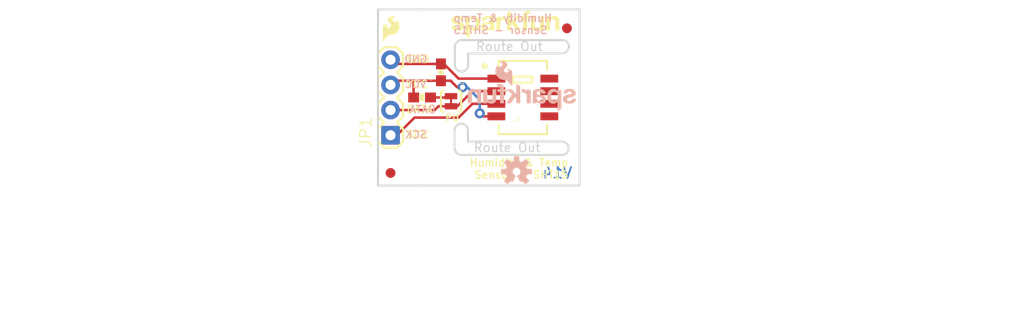
<source format=kicad_pcb>
(kicad_pcb (version 20211014) (generator pcbnew)
  (layers (0 "F.Cu" signal) (31 "B.Cu" signal) (34 "B.Paste" user) (35 "F.Paste" user) (36 "B.SilkS" user "B.Silkscreen") (37 "F.SilkS" user "F.Silkscreen") (38 "B.Mask" user) (39 "F.Mask" user) (44 "Edge.Cuts" user))
  (net 0 "")
  (net 1 "GND")
  (net 2 "VCC")
  (net 3 "SCK")
  (net 4 "DATA")
  (net 5 "N$1")
  (footprint "boardEagle:SFE_LOGO_NAME_.1" (layer "F.Cu") (at 145.2245 99.568)
    (fp_text reference "LOGO2" hide)
    (fp_text value "SFE_LOGO_NAME.1_INCH" hide)
    (fp_poly (pts (xy 6.515 -2.262421) (xy 6.99787 -2.765) (xy 7.472236 -2.765) (xy 6.936433 -2.239307) (xy 7.529256 -1.335) (xy 7.047192 -1.335) (xy 6.659039 -1.971967) (xy 6.515 -1.827928) (xy 6.515 -1.335) (xy 6.125 -1.335) (xy 6.125 -3.082883) (xy 6.515 -3.308672)) (layer "F.SilkS") (width 0) (fill solid))
    (fp_poly (pts (xy 1.260453 -2.794979) (xy 1.370954 -2.784934) (xy 1.471955 -2.754634) (xy 1.562727 -2.704205) (xy 1.643418 -2.643686) (xy 1.714325 -2.56265) (xy 1.754829 -2.46139) (xy 1.775991 -2.345) (xy 1.395901 -2.345) (xy 1.385121 -2.398899) (xy 1.375485 -2.437443) (xy 1.317036 -2.495892) (xy 1.278257 -2.515282) (xy 1.238899 -2.525121) (xy 1.189504 -2.535) (xy 1.10081 -2.535) (xy 1.070811 -2.525) (xy 1.03081 -2.525) (xy 1.002218 -2.515469) (xy 0.9442 -2.476791) (xy 0.934807 -2.448611) (xy 0.925124 -2.409878) (xy 0.934681 -2.362092) (xy 0.963571 -2.323571) (xy 1.002352 -2.294486) (xy 1.061458 -2.274784) (xy 1.201008 -2.234912) (xy 1.28092 -2.224924) (xy 1.361157 -2.204865) (xy 1.451427 -2.184805) (xy 1.531864 -2.154641) (xy 1.602232 -2.124483) (xy 1.672863 -2.084123) (xy 1.733758 -2.033377) (xy 1.77448 -1.972295) (xy 1.804901 -1.891172) (xy 1.815021 -1.800085) (xy 1.80491 -1.66864) (xy 1.754333 -1.567486) (xy 1.693685 -1.476514) (xy 1.612639 -1.415729) (xy 1.511979 -1.365399) (xy 1.401276 -1.325144) (xy 1.280414 -1.305) (xy 1.039586 -1.305) (xy 0.918724 -1.325144) (xy 0.808021 -1.365399) (xy 0.707361 -1.415729) (xy 0.626464 -1.476402) (xy 0.55557 -1.567552) (xy 0.515144 -1.678724) (xy 0.494098 -1.805) (xy 0.874236 -1.805) (xy 0.884809 -1.741563) (xy 0.904565 -1.70205) (xy 0.924121 -1.653159) (xy 0.962472 -1.624396) (xy 1.061428 -1.584814) (xy 1.110906 -1.574918) (xy 1.169795 -1.565103) (xy 1.209384 -1.575) (xy 1.249038 -1.575) (xy 1.298458 -1.594768) (xy 1.337443 -1.604515) (xy 1.395892 -1.662964) (xy 1.415 -1.70118) (xy 1.415 -1.749383) (xy 1.405359 -1.787948) (xy 1.386116 -1.816812) (xy 1.356895 -1.846033) (xy 1.307997 -1.875372) (xy 1.168764 -1.915153) (xy 1.078969 -1.935107) (xy 0.978623 -1.955176) (xy 0.89851 -1.985218) (xy 0.818511 -2.005218) (xy 0.737868 -2.035459) (xy 0.666938 -2.075991) (xy 0.616464 -2.126464) (xy 0.565699 -2.17723) (xy 0.535112 -2.258796) (xy 0.524952 -2.340071) (xy 0.545145 -2.471326) (xy 0.585665 -2.572625) (xy 0.646561 -2.643671) (xy 0.727273 -2.704205) (xy 0.818045 -2.754634) (xy 0.919046 -2.784934) (xy 1.029566 -2.794981) (xy 1.150019 -2.805019)) (layer "F.SilkS") (width 0) (fill solid))
    (fp_poly (pts (xy 8.34081 -3.295) (xy 8.445 -3.295) (xy 8.445 -2.995) (xy 8.26081 -2.995) (xy 8.20192 -2.97537) (xy 8.184088 -2.966454) (xy 8.174631 -2.938082) (xy 8.164719 -2.918257) (xy 8.155 -2.879383) (xy 8.155 -2.765) (xy 8.425 -2.765) (xy 8.425 -2.495) (xy 8.155 -2.495) (xy 8.155 -1.335) (xy 7.755 -1.335) (xy 7.755 -2.495) (xy 7.367929 -2.495) (xy 7.406464 -2.533536) (xy 7.436716 -2.563787) (xy 7.476429 -2.593571) (xy 7.506213 -2.633284) (xy 7.536464 -2.663536) (xy 7.566716 -2.693787) (xy 7.606429 -2.723571) (xy 7.6375 -2.765) (xy 7.755 -2.765) (xy 7.755 -2.870277) (xy 7.765068 -2.960886) (xy 7.785317 -3.041882) (xy 7.825877 -3.112863) (xy 7.876304 -3.173375) (xy 7.93723 -3.234301) (xy 8.018402 -3.264741) (xy 8.119046 -3.294934) (xy 8.229773 -3.305) (xy 8.310811 -3.305)) (layer "F.SilkS") (width 0) (fill solid))
    (fp_poly (pts (xy 2.921226 -2.784886) (xy 3.052262 -2.734487) (xy 3.163147 -2.663924) (xy 3.253993 -2.573078) (xy 3.324522 -2.452171) (xy 3.374807 -2.32143) (xy 3.405 -2.18053) (xy 3.405 -2.034867) (xy 3.015572 -2.045115) (xy 3.005039 -2.12938) (xy 2.995113 -2.208792) (xy 2.965358 -2.288137) (xy 2.935691 -2.357361) (xy 2.886623 -2.416242) (xy 2.82761 -2.455584) (xy 2.758676 -2.485127) (xy 2.679965 -2.494966) (xy 2.591291 -2.485113) (xy 2.52239 -2.455584) (xy 2.463377 -2.416242) (xy 2.414309 -2.357361) (xy 2.384754 -2.288398) (xy 2.345 -2.129383) (xy 2.345 -1.960617) (xy 2.384641 -1.802052) (xy 2.463606 -1.683606) (xy 2.52239 -1.644416) (xy 2.591291 -1.614887) (xy 2.68 -1.60503) (xy 2.768709 -1.614887) (xy 2.83761 -1.644416) (xy 2.896394 -1.683606) (xy 2.97823 -1.806359) (xy 3.327267 -1.642106) (xy 3.253924 -1.526853) (xy 3.163226 -1.436155) (xy 3.062366 -1.365553) (xy 2.931088 -1.315061) (xy 2.780166 -1.305) (xy 2.719586 -1.305) (xy 2.658791 -1.315133) (xy 2.598419 -1.335257) (xy 2.537898 -1.35543) (xy 2.487139 -1.385886) (xy 2.43666 -1.426269) (xy 2.396269 -1.46666) (xy 2.365 -1.505747) (xy 2.365 -0.489597) (xy 2.30666 -0.536269) (xy 2.256652 -0.586276) (xy 2.206877 -0.626096) (xy 2.15666 -0.666269) (xy 2.106464 -0.716464) (xy 2.066652 -0.756276) (xy 2.01666 -0.796269) (xy 1.965 -0.847929) (xy 1.965 -2.694099) (xy 2.018899 -2.704879) (xy 2.058903 -2.71488) (xy 2.109505 -2.725) (xy 2.149504 -2.725) (xy 2.248899 -2.744879) (xy 2.288903 -2.75488) (xy 2.345 -2.766099) (xy 2.345 -2.594253) (xy 2.376096 -2.633123) (xy 2.416657 -2.683825) (xy 2.467428 -2.714287) (xy 2.517592 -2.744386) (xy 2.578436 -2.774808) (xy 2.639178 -2.784932) (xy 2.699178 -2.794932) (xy 2.759897 -2.805052)) (layer "F.SilkS") (width 0) (fill solid))
    (fp_poly (pts (xy 8.925 -1.880357) (xy 8.934887 -1.81115) (xy 8.954696 -1.751722) (xy 8.97426 -1.702812) (xy 9.013288 -1.663784) (xy 9.052092 -1.634681) (xy 9.100844 -1.624931) (xy 9.17 -1.615051) (xy 9.239244 -1.624943) (xy 9.298243 -1.634776) (xy 9.346896 -1.663968) (xy 9.396033 -1.713104) (xy 9.425372 -1.762003) (xy 9.445078 -1.830975) (xy 9.455025 -1.920498) (xy 9.465 -2.020248) (xy 9.465 -2.765) (xy 9.855 -2.765) (xy 9.855 -1.335) (xy 9.475 -1.335) (xy 9.475 -1.523486) (xy 9.44373 -1.476581) (xy 9.393348 -1.436276) (xy 9.3431 -1.386029) (xy 9.292102 -1.35543) (xy 9.231581 -1.335257) (xy 9.171209 -1.315133) (xy 9.110765 -1.305058) (xy 9.04 -1.294949) (xy 8.898985 -1.315094) (xy 8.788101 -1.345335) (xy 8.69713 -1.395875) (xy 8.626065 -1.456788) (xy 8.575366 -1.548045) (xy 8.545131 -1.648831) (xy 8.525 -1.759549) (xy 8.525 -2.765) (xy 8.925 -2.765)) (layer "F.SilkS") (width 0) (fill solid))
    (fp_poly (pts (xy 4.390414 -2.785) (xy 4.440495 -2.785) (xy 4.491286 -2.774842) (xy 4.551389 -2.754807) (xy 4.591542 -2.744768) (xy 4.64205 -2.724565) (xy 4.682639 -2.704271) (xy 4.723284 -2.673787) (xy 4.763536 -2.633536) (xy 4.794261 -2.60281) (xy 4.814564 -2.552052) (xy 4.834808 -2.511564) (xy 4.844932 -2.450822) (xy 4.855 -2.390414) (xy 4.855 -1.49118) (xy 4.865 -1.47118) (xy 4.865 -1.43118) (xy 4.875 -1.41118) (xy 4.875 -1.40118) (xy 4.885 -1.38118) (xy 4.885 -1.37118) (xy 4.895 -1.35118) (xy 4.895 -1.335) (xy 4.495 -1.335) (xy 4.495 -1.357928) (xy 4.485 -1.367929) (xy 4.485 -1.377928) (xy 4.475 -1.387929) (xy 4.475 -1.447928) (xy 4.465 -1.457929) (xy 4.465 -1.467928) (xy 4.453884 -1.456812) (xy 4.433606 -1.426394) (xy 4.402216 -1.405468) (xy 4.372218 -1.395469) (xy 4.342514 -1.375667) (xy 4.322516 -1.365668) (xy 4.292216 -1.345468) (xy 4.261399 -1.335196) (xy 4.221389 -1.325193) (xy 4.190811 -1.315) (xy 4.16081 -1.315) (xy 4.130811 -1.305) (xy 4.06081 -1.305) (xy 4.030811 -1.295) (xy 3.949505 -1.295) (xy 3.899504 -1.305) (xy 3.84882 -1.305) (xy 3.808257 -1.325282) (xy 3.768255 -1.335282) (xy 3.727764 -1.355528) (xy 3.687486 -1.375667) (xy 3.656815 -1.396114) (xy 3.626464 -1.426464) (xy 3.596213 -1.456716) (xy 3.565729 -1.497361) (xy 3.545282 -1.538255) (xy 3.52512 -1.618903) (xy 3.515 -1.669505) (xy 3.515 -1.720227) (xy 3.525073 -1.831031) (xy 3.555494 -1.922294) (xy 3.606172 -1.993243) (xy 3.666938 -2.054009) (xy 3.737868 -2.094541) (xy 3.818573 -2.124805) (xy 3.909146 -2.144932) (xy 3.993275 -2.155448) (xy 4.076283 -1.937551) (xy 4.052236 -1.925528) (xy 3.972964 -1.885892) (xy 3.934108 -1.847036) (xy 3.915 -1.80882) (xy 3.915 -1.769189) (xy 3.905398 -1.740384) (xy 3.915 -1.72118) (xy 3.915 -1.70081) (xy 3.925 -1.670811) (xy 3.925 -1.66118) (xy 3.934108 -1.642964) (xy 3.962964 -1.614108) (xy 3.982962 -1.604109) (xy 3.992964 -1.594108) (xy 4.01118 -1.585) (xy 4.03118 -1.585) (xy 4.05118 -1.575) (xy 4.199383 -1.575) (xy 4.317948 -1.604641) (xy 4.346812 -1.623884) (xy 4.395631 -1.672703) (xy 4.40563 -1.702701) (xy 4.425631 -1.722703) (xy 4.435 -1.75081) (xy 4.435 -1.78118) (xy 4.445 -1.80118) (xy 4.445 -1.83118) (xy 4.455 -1.85118) (xy 4.455 -2.03191) (xy 4.442964 -2.025892) (xy 4.432962 -2.015891) (xy 4.412964 -2.005892) (xy 4.402071 -1.995) (xy 4.38118 -1.995) (xy 4.34118 -1.975) (xy 4.285862 -1.975) (xy 4.244108 -2.194209) (xy 4.31885 -2.204887) (xy 4.377648 -2.224486) (xy 4.416429 -2.253571) (xy 4.445319 -2.292092) (xy 4.455 -2.340496) (xy 4.455 -2.36919) (xy 4.445 -2.399189) (xy 4.445 -2.41882) (xy 4.425892 -2.457036) (xy 4.397036 -2.485892) (xy 4.33882 -2.515) (xy 4.31882 -2.515) (xy 4.29882 -2.525) (xy 4.22882 -2.525) (xy 4.209616 -2.534602) (xy 4.180811 -2.525) (xy 4.13081 -2.525) (xy 4.100811 -2.515) (xy 4.08118 -2.515) (xy 4.042964 -2.495892) (xy 3.984108 -2.437036) (xy 3.965 -2.39882) (xy 3.965 -2.36882) (xy 3.955 -2.34882) (xy 3.955 -2.315) (xy 3.554235 -2.315) (xy 3.56507 -2.390844) (xy 3.575158 -2.441286) (xy 3.59543 -2.502102) (xy 3.625845 -2.552794) (xy 3.656213 -2.593284) (xy 3.696716 -2.633787) (xy 3.737 -2.664) (xy 3.777206 -2.694155) (xy 3.827771 -2.724494) (xy 3.878143 -2.744642) (xy 3.928645 -2.764843) (xy 3.989178 -2.774932) (xy 4.109586 -2.795) (xy 4.330414 -2.795)) (layer "F.SilkS") (width 0) (fill solid))
    (fp_poly (pts (xy 11.010962 -2.784913) (xy 11.131852 -2.754691) (xy 11.22304 -2.704031) (xy 11.284031 -2.64304) (xy 11.334525 -2.552151) (xy 11.374913 -2.451179) (xy 11.384983 -2.340418) (xy 11.395 -2.210192) (xy 11.395 -1.335) (xy 10.995 -1.335) (xy 10.995 -2.219643) (xy 10.985113 -2.28885) (xy 10.96543 -2.347899) (xy 10.935849 -2.397201) (xy 10.906429 -2.436429) (xy 10.867975 -2.465268) (xy 10.749942 -2.484941) (xy 10.611705 -2.465193) (xy 10.563343 -2.436175) (xy 10.524114 -2.387139) (xy 10.494628 -2.337997) (xy 10.474847 -2.268764) (xy 10.455 -2.179451) (xy 10.455 -1.335) (xy 10.055 -1.335) (xy 10.055 -2.580139) (xy 10.06527 -2.765) (xy 10.435 -2.765) (xy 10.435 -2.565) (xy 10.437324 -2.565) (xy 10.47596 -2.622954) (xy 10.516581 -2.67373) (xy 10.577325 -2.714226) (xy 10.627898 -2.74457) (xy 10.688419 -2.764743) (xy 10.748791 -2.784867) (xy 10.809178 -2.794932) (xy 10.869941 -2.805059)) (layer "F.SilkS") (width 0) (fill solid))
    (fp_poly (pts (xy 4.295619 -1.97722) (xy 4.27118 -1.965) (xy 4.23081 -1.965) (xy 4.200811 -1.955) (xy 4.16081 -1.955) (xy 4.130811 -1.945) (xy 4.11118 -1.945) (xy 4.09118 -1.935) (xy 4.066554 -1.935) (xy 3.983268 -2.153626) (xy 4.079179 -2.17494) (xy 4.169412 -2.184965) (xy 4.254034 -2.195543)) (layer "F.SilkS") (width 0) (fill solid))
    (fp_poly (pts (xy 3.40536 -2.044861) (xy 3.394975 -1.899468) (xy 3.37486 -1.758664) (xy 3.322604 -1.633249) (xy 2.974153 -1.797226) (xy 2.995077 -1.880926) (xy 3.005039 -1.96062) (xy 3.015538 -2.055119)) (layer "F.SilkS") (width 0) (fill solid))
    (fp_poly (pts (xy 5.975 -2.782071) (xy 5.975 -2.415) (xy 5.95882 -2.415) (xy 5.93882 -2.425) (xy 5.830248 -2.425) (xy 5.730863 -2.415062) (xy 5.652052 -2.395359) (xy 5.593188 -2.356116) (xy 5.534217 -2.297145) (xy 5.474779 -2.158458) (xy 5.455 -2.069451) (xy 5.455 -1.335) (xy 5.055 -1.335) (xy 5.055 -2.694099) (xy 5.109019 -2.704903) (xy 5.158899 -2.714879) (xy 5.199384 -2.725) (xy 5.249504 -2.725) (xy 5.298899 -2.734879) (xy 5.338903 -2.74488) (xy 5.388899 -2.754879) (xy 5.435 -2.766404) (xy 5.435 -2.495) (xy 5.436703 -2.495) (xy 5.465585 -2.562392) (xy 5.506114 -2.623185) (xy 5.556815 -2.673886) (xy 5.617226 -2.71416) (xy 5.677876 -2.754593) (xy 5.748626 -2.774808) (xy 5.8193 -2.795) (xy 5.962071 -2.795)) (layer "F.SilkS") (width 0) (fill solid))
  )
  (footprint "boardEagle:FIDUCIAL-1X2" (layer "F.Cu") (at 139.6111 112.6236)
    (fp_text reference "FID2" hide)
    (fp_text value "FIDUCIAL1X2" hide)
    (pad "1" smd roundrect (at 0 0) (size 1 1) (layers "F.Cu" "F.Mask") (roundrect_rratio 0.5))
  )
  (footprint "boardEagle:SHT1X" (layer "F.Cu") (at 152.9461 105.0036)
    (fp_text reference "U1" (at -0.889 2.413) (layer "F.SilkS") (effects (font (size 0.373888 0.373888) (thickness 0.032512)) (justify left bottom)))
    (fp_text value "SHT1XSMD")
    (fp_line (start -2.44 3.7) (end -2.44 2.75) (layer "F.SilkS") (width 0.2032))
    (fp_line (start -0.95 -2.11) (end 0.95 -2.11) (layer "F.SilkS") (width 0.2032))
    (fp_line (start 2.44 2.75) (end 2.44 3.7) (layer "F.SilkS") (width 0.2032))
    (fp_line (start 2.44 3.7) (end -2.44 3.7) (layer "F.SilkS") (width 0.2032))
    (fp_line (start 2.44 -3.7) (end 2.44 -2.8) (layer "F.SilkS") (width 0.2032))
    (fp_line (start 0.95 -2.11) (end 0.95 -1.51) (layer "F.SilkS") (width 0.2032))
    (fp_line (start 0.95 -1.51) (end -0.95 -1.51) (layer "F.SilkS") (width 0.2032))
    (fp_line (start -0.95 -1.51) (end -0.95 -2.11) (layer "F.SilkS") (width 0.2032))
    (fp_line (start -2.44 -2.75) (end -2.44 -3.7) (layer "F.SilkS") (width 0.2032))
    (fp_line (start -2.44 -3.7) (end 2.44 -3.7) (layer "F.SilkS") (width 0.2032))
    (fp_circle (center -3.83 -3.17) (end -3.7357 -3.17) (layer "F.SilkS") (width 0.2032) (fill none))
    (pad "1" smd rect (at -2.667 -1.905 180) (size 1.8 0.8) (layers "F.Cu" "F.Paste" "F.Mask") (net 1 "GND"))
    (pad "2" smd rect (at -2.667 -0.635 180) (size 1.8 0.8) (layers "F.Cu" "F.Paste" "F.Mask") (net 4 "DATA"))
    (pad "3" smd rect (at -2.667 0.635 180) (size 1.8 0.8) (layers "F.Cu" "F.Paste" "F.Mask") (net 3 "SCK"))
    (pad "4" smd rect (at -2.667 1.905 180) (size 1.8 0.8) (layers "F.Cu" "F.Paste" "F.Mask") (net 2 "VCC"))
    (pad "5" smd rect (at 2.667 1.905 180) (size 1.8 0.8) (layers "F.Cu" "F.Paste" "F.Mask"))
    (pad "6" smd rect (at 2.667 0.635 180) (size 1.8 0.8) (layers "F.Cu" "F.Paste" "F.Mask"))
    (pad "7" smd rect (at 2.667 -0.635 180) (size 1.8 0.8) (layers "F.Cu" "F.Paste" "F.Mask"))
    (pad "8" smd rect (at 2.667 -1.905 180) (size 1.8 0.8) (layers "F.Cu" "F.Paste" "F.Mask"))
  )
  (footprint "boardEagle:1X04" (layer "F.Cu") (at 139.6111 108.8136 90)
    (fp_text reference "JP1" (at -1.3462 -1.8288 90) (layer "F.SilkS") (effects (font (size 1.143 1.143) (thickness 0.127)) (justify left bottom)))
    (fp_text value "")
    (fp_line (start 4.445 1.27) (end 3.81 0.635) (layer "F.SilkS") (width 0.2032))
    (fp_line (start 8.255 1.27) (end 6.985 1.27) (layer "F.SilkS") (width 0.2032))
    (fp_line (start 5.715 1.27) (end 4.445 1.27) (layer "F.SilkS") (width 0.2032))
    (fp_line (start 6.985 -1.27) (end 8.255 -1.27) (layer "F.SilkS") (width 0.2032))
    (fp_line (start 6.35 0.635) (end 6.985 1.27) (layer "F.SilkS") (width 0.2032))
    (fp_line (start 8.89 0.635) (end 8.255 1.27) (layer "F.SilkS") (width 0.2032))
    (fp_line (start 8.255 -1.27) (end 8.89 -0.635) (layer "F.SilkS") (width 0.2032))
    (fp_line (start 1.27 0.635) (end 0.635 1.27) (layer "F.SilkS") (width 0.2032))
    (fp_line (start 0.635 -1.27) (end 1.27 -0.635) (layer "F.SilkS") (width 0.2032))
    (fp_line (start -1.27 0.635) (end -0.635 1.27) (layer "F.SilkS") (width 0.2032))
    (fp_line (start 6.35 0.635) (end 5.715 1.27) (layer "F.SilkS") (width 0.2032))
    (fp_line (start 1.905 -1.27) (end 3.175 -1.27) (layer "F.SilkS") (width 0.2032))
    (fp_line (start -1.27 -0.635) (end -1.27 0.635) (layer "F.SilkS") (width 0.2032))
    (fp_line (start -0.635 -1.27) (end 0.635 -1.27) (layer "F.SilkS") (width 0.2032))
    (fp_line (start 1.27 -0.635) (end 1.905 -1.27) (layer "F.SilkS") (width 0.2032))
    (fp_line (start 3.175 -1.27) (end 3.81 -0.635) (layer "F.SilkS") (width 0.2032))
    (fp_line (start 4.445 -1.27) (end 5.715 -1.27) (layer "F.SilkS") (width 0.2032))
    (fp_line (start 3.175 1.27) (end 1.905 1.27) (layer "F.SilkS") (width 0.2032))
    (fp_line (start 8.89 -0.635) (end 8.89 0.635) (layer "F.SilkS") (width 0.2032))
    (fp_line (start 3.81 -0.635) (end 4.445 -1.27) (layer "F.SilkS") (width 0.2032))
    (fp_line (start -0.635 -1.27) (end -1.27 -0.635) (layer "F.SilkS") (width 0.2032))
    (fp_line (start 1.905 1.27) (end 1.27 0.635) (layer "F.SilkS") (width 0.2032))
    (fp_line (start 5.715 -1.27) (end 6.35 -0.635) (layer "F.SilkS") (width 0.2032))
    (fp_line (start 3.81 0.635) (end 3.175 1.27) (layer "F.SilkS") (width 0.2032))
    (fp_line (start 6.985 -1.27) (end 6.35 -0.635) (layer "F.SilkS") (width 0.2032))
    (fp_line (start 0.635 1.27) (end -0.635 1.27) (layer "F.SilkS") (width 0.2032))
    (pad "1" thru_hole rect (at 0 0 180) (size 1.8796 1.8796) (drill 1.016) (layers *.Cu *.Mask) (net 3 "SCK"))
    (pad "2" thru_hole circle (at 2.54 0 180) (size 1.8796 1.8796) (drill 1.016) (layers *.Cu *.Mask) (net 4 "DATA"))
    (pad "3" thru_hole circle (at 5.08 0 180) (size 1.8796 1.8796) (drill 1.016) (layers *.Cu *.Mask) (net 2 "VCC"))
    (pad "4" thru_hole circle (at 7.62 0 180) (size 1.8796 1.8796) (drill 1.016) (layers *.Cu *.Mask) (net 1 "GND"))
  )
  (footprint "boardEagle:0603-CAP" (layer "F.Cu") (at 144.6911 102.4636 90)
    (fp_text reference "C1" (at -0.889 -0.762 90) (layer "F.SilkS") (effects (font (size 0.373888 0.373888) (thickness 0.032512)) (justify left bottom)))
    (fp_text value "0.1uF")
    (fp_line (start 0 -0.0305) (end 0 0.0305) (layer "F.SilkS") (width 0.5588))
    (pad "1" smd rect (at -0.85 0 90) (size 1.1 1) (layers "F.Cu" "F.Paste" "F.Mask") (net 2 "VCC"))
    (pad "2" smd rect (at 0.85 0 90) (size 1.1 1) (layers "F.Cu" "F.Paste" "F.Mask") (net 1 "GND"))
  )
  (footprint "boardEagle:FIDUCIAL-1X2" (layer "F.Cu") (at 157.3911 98.0186)
    (fp_text reference "FID1" hide)
    (fp_text value "FIDUCIAL1X2" hide)
    (pad "1" smd roundrect (at 0 0) (size 1 1) (layers "F.Cu" "F.Mask") (roundrect_rratio 0.5))
  )
  (footprint "boardEagle:STAND-OFF" (layer "F.Cu") (at 142.7861 111.9886)
    (fp_text reference "STANDOFF2" hide)
    (fp_text value "STAND-OFF" hide)
    (pad "" np_thru_hole circle (at 0 0) (size 3.302 3.302) (drill 3.302) (layers *.Cu *.Mask))
  )
  (footprint "boardEagle:SFE_LOGO_FLAME_.1" (layer "F.Cu") (at 138.5189 99.695)
    (fp_text reference "LOGO4" hide)
    (fp_text value "SFE_LOGO_FLAME.1_INCH" hide)
    (fp_poly (pts (xy 1.401686 -2.874747) (xy 1.542639 -2.804271) (xy 1.583284 -2.773787) (xy 1.602071 -2.755) (xy 1.57882 -2.755) (xy 1.55882 -2.765) (xy 1.500617 -2.765) (xy 1.461097 -2.75512) (xy 1.411636 -2.745228) (xy 1.37264 -2.72573) (xy 1.333685 -2.696514) (xy 1.314332 -2.667484) (xy 1.30463 -2.64808) (xy 1.295 -2.61919) (xy 1.295 -2.560617) (xy 1.304641 -2.522052) (xy 1.343884 -2.463188) (xy 1.403288 -2.403784) (xy 1.442888 -2.374084) (xy 1.472516 -2.354332) (xy 1.511743 -2.334719) (xy 1.590617 -2.315) (xy 1.61919 -2.315) (xy 1.647297 -2.324369) (xy 1.675892 -2.352964) (xy 1.68537 -2.37192) (xy 1.695 -2.40081) (xy 1.695 -2.499021) (xy 1.78326 -2.443859) (xy 1.864003 -2.353022) (xy 1.934549 -2.242165) (xy 1.984851 -2.091257) (xy 2.015027 -1.930319) (xy 2.004962 -1.759209) (xy 1.954676 -1.56812) (xy 1.854184 -1.387235) (xy 1.783756 -1.296685) (xy 1.703418 -1.216347) (xy 1.622956 -1.145943) (xy 1.522229 -1.085506) (xy 1.421591 -1.045251) (xy 1.311072 -1.01511) (xy 1.190414 -0.995) (xy 1.000414 -0.995) (xy 0.941757 -0.985224) (xy 0.843104 -0.926032) (xy 0.743664 -0.826592) (xy 0.623671 -0.6866) (xy 0.503691 -0.566619) (xy 0.453696 -0.506625) (xy 0.403968 -0.456896) (xy 0.373971 -0.4069) (xy 0.315 -0.347929) (xy 0.315 -1.730311) (xy 0.325086 -1.811003) (xy 0.345373 -1.882007) (xy 0.406175 -1.983343) (xy 0.456938 -2.023953) (xy 0.497529 -2.054397) (xy 0.548569 -2.074813) (xy 0.599098 -2.084919) (xy 0.659586 -2.095) (xy 0.78118 -2.095) (xy 0.828441 -2.07137) (xy 0.812962 -2.055891) (xy 0.771918 -2.035369) (xy 0.742703 -2.025631) (xy 0.684369 -1.967297) (xy 0.675 -1.93919) (xy 0.675 -1.90081) (xy 0.684531 -1.872218) (xy 0.703884 -1.843188) (xy 0.762812 -1.78426) (xy 0.811428 -1.764814) (xy 0.860496 -1.755) (xy 0.939383 -1.755) (xy 1.017948 -1.774641) (xy 1.076582 -1.813731) (xy 1.115539 -1.862427) (xy 1.135 -1.92081) (xy 1.135 -1.989092) (xy 1.105698 -2.06723) (xy 1.036361 -2.136568) (xy 0.95625 -2.226693) (xy 0.885887 -2.307107) (xy 0.835277 -2.398207) (xy 0.815 -2.489451) (xy 0.815 -2.570811) (xy 0.845445 -2.662146) (xy 0.89623 -2.743402) (xy 0.98725 -2.814195) (xy 1.098313 -2.874775) (xy 1.209549 -2.895) (xy 1.310549 -2.895)) (layer "F.SilkS") (width 0) (fill solid))
  )
  (footprint "boardEagle:0603-RES" (layer "F.Cu") (at 142.7861 105.0036 180)
    (fp_text reference "R1" (at -0.889 -0.762 180) (layer "F.SilkS") (effects (font (size 0.373888 0.373888) (thickness 0.032512)) (justify right top)))
    (fp_text value "10K")
    (fp_poly (pts (xy -0.2286 0.381) (xy 0.2286 0.381) (xy 0.2286 -0.381) (xy -0.2286 -0.381)) (layer "F.SilkS") (width 0) (fill solid))
    (pad "1" smd rect (at -0.85 0 180) (size 1.1 1) (layers "F.Cu" "F.Paste" "F.Mask") (net 5 "N$1"))
    (pad "2" smd rect (at 0.85 0 180) (size 1.1 1) (layers "F.Cu" "F.Paste" "F.Mask") (net 2 "VCC"))
  )
  (footprint "boardEagle:STAND-OFF" (layer "F.Cu") (at 142.7861 98.0186)
    (fp_text reference "STANDOFF1" hide)
    (fp_text value "STAND-OFF" hide)
    (pad "" np_thru_hole circle (at 0 0) (size 3.302 3.302) (drill 3.302) (layers *.Cu *.Mask))
  )
  (footprint "boardEagle:CREATIVE_COMMONS" (layer "F.Cu") (at 120.5611 124.0536)
    (fp_text reference "FRAME1" hide)
    (fp_text value "FRAME-LETTER" hide)
  )
  (footprint "boardEagle:PAD-JUMPER-2-NC_BY_TRACE_YES_SILK" (layer "F.Cu") (at 145.7071 105.3846 -90)
    (fp_text reference "SJ1" (at -0.9525 -1.27 -90) (layer "F.SilkS") (effects (font (size 0.373888 0.373888) (thickness 0.032512)) (justify left bottom)))
    (fp_text value "JUMPER")
    (fp_line (start -0.381 0) (end 0.381 0) (layer "F.Cu") (width 0.2032))
    (fp_line (start -0.8255 -1.016) (end 0.8255 -1.016) (layer "F.SilkS") (width 0.2032))
    (fp_line (start 0.8255 1.016) (end -0.8255 1.016) (layer "F.SilkS") (width 0.2032))
    (fp_arc (start 1.0795 0.762) (mid 1.005105 0.941605) (end 0.8255 1.016) (layer "F.SilkS") (width 0.2032))
    (fp_arc (start -1.0795 -0.762) (mid -1.005105 -0.941605) (end -0.8255 -1.016) (layer "F.SilkS") (width 0.2032))
    (fp_arc (start -0.8255 1.016) (mid -1.005105 0.941605) (end -1.0795 0.762) (layer "F.SilkS") (width 0.2032))
    (fp_arc (start 0.8255 -1.016) (mid 1.005105 -0.941605) (end 1.0795 -0.762) (layer "F.SilkS") (width 0.2032))
    (pad "1" smd rect (at -0.508 0 270) (size 0.635 1.27) (layers "F.Cu" "F.Mask") (net 5 "N$1"))
    (pad "2" smd rect (at 0.508 0 270) (size 0.635 1.27) (layers "F.Cu" "F.Mask") (net 4 "DATA"))
  )
  (footprint "boardEagle:SFE_LOGO_NAME_FLAME_.1" (layer "B.Cu") (at 158.7373 106.5276 180)
    (fp_text reference "LOGO5" hide)
    (fp_text value "SFE_LOGO_NAME_FLAME.1_INCH" hide)
    (fp_poly (pts (xy 8.375 2.88309) (xy 8.375 2.595) (xy 8.200617 2.595) (xy 8.161743 2.585282) (xy 8.123424 2.566122) (xy 8.104332 2.537484) (xy 8.095 2.51882) (xy 8.095 2.479384) (xy 8.085 2.439383) (xy 8.085 2.365) (xy 8.355 2.365) (xy 8.355 2.095) (xy 8.085 2.095) (xy 8.085 0.935) (xy 7.695 0.935) (xy 7.695 2.095) (xy 7.295 2.095) (xy 7.346712 2.133784) (xy 7.476464 2.263536) (xy 7.506716 2.293787) (xy 7.546429 2.323571) (xy 7.5775 2.365) (xy 7.695 2.365) (xy 7.695 2.560907) (xy 7.725359 2.641864) (xy 7.755692 2.71264) (xy 7.806571 2.773695) (xy 7.877413 2.824297) (xy 7.95815 2.864665) (xy 8.059266 2.895) (xy 8.35118 2.895)) (layer "B.SilkS") (width 0) (fill solid))
    (fp_poly (pts (xy 1.311169 2.374869) (xy 1.411741 2.344698) (xy 1.502548 2.304339) (xy 1.583571 2.243571) (xy 1.644271 2.162639) (xy 1.694808 2.061564) (xy 1.715902 1.935) (xy 1.335901 1.935) (xy 1.325186 1.988572) (xy 1.305552 2.037658) (xy 1.286394 2.066394) (xy 1.257484 2.085668) (xy 1.217948 2.105436) (xy 1.169038 2.125) (xy 1.00081 2.125) (xy 0.971399 2.115196) (xy 0.931389 2.105193) (xy 0.903209 2.0958) (xy 0.865 2.038486) (xy 0.865 2.000617) (xy 0.874606 1.962192) (xy 0.903571 1.923571) (xy 0.94264 1.89427) (xy 1.00192 1.86463) (xy 1.061111 1.8449) (xy 1.14092 1.834924) (xy 1.221213 1.814851) (xy 1.381157 1.774865) (xy 1.471824 1.754717) (xy 1.542481 1.714341) (xy 1.612863 1.674123) (xy 1.673758 1.623377) (xy 1.714415 1.562392) (xy 1.744888 1.491289) (xy 1.755043 1.399894) (xy 1.734867 1.268754) (xy 1.694445 1.157594) (xy 1.633686 1.076582) (xy 1.55281 1.005815) (xy 1.451793 0.955306) (xy 1.341072 0.92511) (xy 1.22062 0.905034) (xy 1.1 0.894983) (xy 0.97938 0.905034) (xy 0.858928 0.92511) (xy 0.748207 0.955306) (xy 0.64719 1.005815) (xy 0.566347 1.076552) (xy 0.49562 1.167488) (xy 0.455145 1.268674) (xy 0.434172 1.405) (xy 0.815 1.405) (xy 0.815 1.340962) (xy 0.834396 1.292472) (xy 0.863571 1.253571) (xy 0.942025 1.194732) (xy 1.000902 1.184919) (xy 1.050906 1.174918) (xy 1.109795 1.165103) (xy 1.149384 1.175) (xy 1.189383 1.175) (xy 1.228257 1.184719) (xy 1.26736 1.20427) (xy 1.306712 1.233784) (xy 1.335485 1.262557) (xy 1.354846 1.34) (xy 1.345282 1.378257) (xy 1.326056 1.416708) (xy 1.287201 1.445849) (xy 1.237899 1.47543) (xy 1.178611 1.495193) (xy 1.018899 1.535121) (xy 0.918967 1.555108) (xy 0.828573 1.575195) (xy 0.748136 1.605359) (xy 0.677768 1.635517) (xy 0.60737 1.675744) (xy 0.546394 1.716394) (xy 0.505585 1.777608) (xy 0.475112 1.848711) (xy 0.464977 1.939931) (xy 0.475079 2.061162) (xy 0.515675 2.16265) (xy 0.586473 2.243563) (xy 0.657213 2.304197) (xy 0.758363 2.354772) (xy 0.859062 2.374912) (xy 0.969549 2.395) (xy 1.200451 2.395)) (layer "B.SilkS") (width 0) (fill solid))
    (fp_poly (pts (xy 7.951669 5.164714) (xy 8.032001 5.134589) (xy 8.092639 5.104271) (xy 8.133284 5.073787) (xy 8.152071 5.055) (xy 8.109189 5.055) (xy 8.07919 5.065) (xy 8.050617 5.065) (xy 8.011097 5.05512) (xy 7.961636 5.045228) (xy 7.92264 5.02573) (xy 7.883685 4.996514) (xy 7.864531 4.967782) (xy 7.854631 4.938082) (xy 7.84463 4.91808) (xy 7.83527 4.89) (xy 7.844804 4.861399) (xy 7.854641 4.822052) (xy 7.874333 4.792514) (xy 7.894108 4.752964) (xy 7.923188 4.723884) (xy 7.952889 4.704083) (xy 7.992888 4.674084) (xy 8.022516 4.654332) (xy 8.10118 4.615) (xy 8.16919 4.615) (xy 8.197782 4.624531) (xy 8.2258 4.643209) (xy 8.245 4.70081) (xy 8.245 4.78809) (xy 8.333097 4.744042) (xy 8.414068 4.65295) (xy 8.484553 4.532119) (xy 8.534842 4.39131) (xy 8.565026 4.230327) (xy 8.554962 4.049183) (xy 8.504659 3.86809) (xy 8.404184 3.687235) (xy 8.333756 3.596685) (xy 8.253418 3.516347) (xy 8.172956 3.445943) (xy 8.072229 3.385506) (xy 7.971591 3.345251) (xy 7.861072 3.31511) (xy 7.740414 3.295) (xy 7.550414 3.295) (xy 7.491757 3.285224) (xy 7.442861 3.255886) (xy 7.34352 3.176413) (xy 7.293696 3.116625) (xy 7.233536 3.056464) (xy 7.163826 2.986754) (xy 7.113828 2.916757) (xy 7.053691 2.856619) (xy 7.003696 2.796625) (xy 6.953784 2.746712) (xy 6.923787 2.706716) (xy 6.893884 2.676812) (xy 6.872676 2.645) (xy 6.855 2.645) (xy 6.855 3.930277) (xy 6.865031 4.020552) (xy 6.875089 4.111079) (xy 6.895369 4.171918) (xy 6.925614 4.232408) (xy 6.956356 4.283644) (xy 7.007201 4.314151) (xy 7.047529 4.344397) (xy 7.098143 4.364642) (xy 7.148645 4.384843) (xy 7.209586 4.395) (xy 7.290616 4.395) (xy 7.330617 4.385) (xy 7.35118 4.385) (xy 7.378441 4.37137) (xy 7.362962 4.355891) (xy 7.321918 4.335369) (xy 7.292703 4.325631) (xy 7.253884 4.286812) (xy 7.234531 4.257782) (xy 7.225 4.22919) (xy 7.225 4.20081) (xy 7.23463 4.17192) (xy 7.254108 4.132964) (xy 7.283188 4.103884) (xy 7.312342 4.084448) (xy 7.361428 4.064814) (xy 7.410496 4.055) (xy 7.489383 4.055) (xy 7.567948 4.074641) (xy 7.626582 4.113731) (xy 7.665539 4.162427) (xy 7.685 4.22081) (xy 7.685 4.288973) (xy 7.655716 4.357303) (xy 7.586237 4.436707) (xy 7.50625 4.526693) (xy 7.435887 4.607107) (xy 7.385277 4.698207) (xy 7.365 4.789451) (xy 7.365 4.870811) (xy 7.395494 4.962294) (xy 7.446258 5.033364) (xy 7.537105 5.114116) (xy 7.648313 5.174775) (xy 7.759549 5.195) (xy 7.860811 5.195)) (layer "B.SilkS") (width 0) (fill solid))
    (fp_poly (pts (xy 6.455 1.862421) (xy 6.93787 2.365) (xy 7.412236 2.365) (xy 6.876433 1.839307) (xy 7.469256 0.935) (xy 6.987215 0.935) (xy 6.598957 1.562187) (xy 6.455 1.427827) (xy 6.455 0.935) (xy 6.055 0.935) (xy 6.055 2.682986) (xy 6.455 2.898371)) (layer "B.SilkS") (width 0) (fill solid))
    (fp_poly (pts (xy 4.235823 1.577322) (xy 4.21118 1.565) (xy 4.19081 1.565) (xy 4.160811 1.555) (xy 4.12081 1.555) (xy 4.090811 1.545) (xy 4.05118 1.545) (xy 4.03118 1.535) (xy 4.006554 1.535) (xy 3.923028 1.754256) (xy 4.019448 1.764969) (xy 4.109349 1.774958) (xy 4.183757 1.785587)) (layer "B.SilkS") (width 0) (fill solid))
    (fp_poly (pts (xy 5.902072 2.385) (xy 5.915 2.385) (xy 5.915 2.015) (xy 5.89882 2.015) (xy 5.87882 2.025) (xy 5.770248 2.025) (xy 5.670863 2.015062) (xy 5.591881 1.995316) (xy 5.523264 1.956106) (xy 5.474123 1.897137) (xy 5.434642 1.828046) (xy 5.414848 1.758764) (xy 5.395 1.669451) (xy 5.395 0.935) (xy 4.995 0.935) (xy 4.995 2.294099) (xy 5.048899 2.304879) (xy 5.089384 2.315) (xy 5.139504 2.315) (xy 5.188899 2.324879) (xy 5.228903 2.33488) (xy 5.279019 2.344903) (xy 5.328899 2.354879) (xy 5.375 2.366404) (xy 5.375 2.108828) (xy 5.405852 2.162819) (xy 5.446127 2.213163) (xy 5.496482 2.273589) (xy 5.547181 2.314148) (xy 5.617949 2.354587) (xy 5.678522 2.374778) (xy 5.7493 2.395) (xy 5.892071 2.395)) (layer "B.SilkS") (width 0) (fill solid))
    (fp_poly (pts (xy 10.950844 2.384952) (xy 11.061899 2.354665) (xy 11.15304 2.304031) (xy 11.223938 2.233133) (xy 11.274596 2.15208) (xy 11.304869 2.051169) (xy 11.324965 1.940641) (xy 11.335 1.810192) (xy 11.335 0.935) (xy 10.935 0.935) (xy 10.935 1.739692) (xy 10.92505 1.819293) (xy 10.915057 1.889244) (xy 10.905224 1.948243) (xy 10.875849 1.997201) (xy 10.846587 2.036218) (xy 10.798173 2.065266) (xy 10.749094 2.075082) (xy 10.689895 2.084948) (xy 10.610732 2.075053) (xy 10.551757 2.065224) (xy 10.503343 2.036175) (xy 10.464114 1.987139) (xy 10.434466 1.937726) (xy 10.404887 1.868709) (xy 10.395 1.779727) (xy 10.395 0.935) (xy 9.995 0.935) (xy 9.995 2.365) (xy 10.375 2.365) (xy 10.375 2.165) (xy 10.377324 2.165) (xy 10.416114 2.223185) (xy 10.45666 2.263731) (xy 10.507046 2.30404) (xy 10.567784 2.344532) (xy 10.628419 2.364743) (xy 10.688791 2.384867) (xy 10.749586 2.395) (xy 10.810178 2.395)) (layer "B.SilkS") (width 0) (fill solid))
    (fp_poly (pts (xy 2.851027 2.384943) (xy 2.992211 2.33452) (xy 3.10326 2.263852) (xy 3.193995 2.163035) (xy 3.26458 2.052115) (xy 3.304843 1.921261) (xy 3.334965 1.780694) (xy 3.345354 1.624861) (xy 2.945 1.635127) (xy 2.945 1.729692) (xy 2.935113 1.808792) (xy 2.905358 1.888137) (xy 2.875691 1.957361) (xy 2.826623 2.016242) (xy 2.76761 2.055584) (xy 2.698709 2.085113) (xy 2.610035 2.094966) (xy 2.531208 2.085112) (xy 2.452499 2.055596) (xy 2.40352 2.016413) (xy 2.354309 1.957361) (xy 2.324642 1.888137) (xy 2.294888 1.808792) (xy 2.285 1.729692) (xy 2.285 1.560617) (xy 2.324754 1.401602) (xy 2.354216 1.332856) (xy 2.403381 1.283691) (xy 2.462388 1.234518) (xy 2.530975 1.214922) (xy 2.619965 1.205034) (xy 2.699074 1.214923) (xy 2.777678 1.234574) (xy 2.836413 1.28352) (xy 2.87567 1.33259) (xy 2.907444 1.406729) (xy 3.256931 1.242265) (xy 3.194045 1.126974) (xy 3.103258 1.036187) (xy 2.992315 0.955501) (xy 2.871131 0.915107) (xy 2.719918 0.894945) (xy 2.659178 0.905068) (xy 2.599178 0.915068) (xy 2.538436 0.925192) (xy 2.477592 0.955614) (xy 2.427428 0.985713) (xy 2.376657 1.016175) (xy 2.336096 1.066877) (xy 2.297598 1.115) (xy 2.295 1.115) (xy 2.295 0.087929) (xy 2.246464 0.136464) (xy 2.196652 0.186276) (xy 2.096877 0.266096) (xy 2.04666 0.306269) (xy 1.996464 0.356464) (xy 1.956652 0.396276) (xy 1.905 0.437597) (xy 1.905 2.293904) (xy 1.948903 2.30488) (xy 1.999505 2.315) (xy 2.049383 2.315) (xy 2.088903 2.32488) (xy 2.138899 2.334879) (xy 2.178903 2.34488) (xy 2.229019 2.354903) (xy 2.285 2.366099) (xy 2.285 2.194253) (xy 2.316269 2.23334) (xy 2.35666 2.273731) (xy 2.407139 2.314114) (xy 2.457428 2.344287) (xy 2.508242 2.374776) (xy 2.629586 2.395) (xy 2.700166 2.395)) (layer "B.SilkS") (width 0) (fill solid))
    (fp_poly (pts (xy 3.34536 1.634864) (xy 3.33496 1.489255) (xy 3.304777 1.358466) (xy 3.252604 1.233249) (xy 2.9037 1.397439) (xy 2.935112 1.481208) (xy 2.945 1.560308) (xy 2.945 1.64513)) (layer "B.SilkS") (width 0) (fill solid))
    (fp_poly (pts (xy 8.855 1.560308) (xy 8.874947 1.400732) (xy 8.884732 1.342025) (xy 8.943413 1.263782) (xy 8.991828 1.234734) (xy 9.040906 1.224918) (xy 9.100105 1.215052) (xy 9.179268 1.224947) (xy 9.238243 1.234776) (xy 9.286896 1.263967) (xy 9.325892 1.302964) (xy 9.355458 1.362096) (xy 9.385127 1.431324) (xy 9.395 1.510308) (xy 9.395 2.365) (xy 9.795 2.365) (xy 9.795 0.935) (xy 9.415 0.935) (xy 9.415 1.135) (xy 9.412676 1.135) (xy 9.37404 1.077046) (xy 9.333557 1.026443) (xy 9.28271 0.985765) (xy 9.22205 0.955435) (xy 9.171721 0.935303) (xy 9.111153 0.915114) (xy 9.040756 0.905057) (xy 8.980236 0.89497) (xy 8.838947 0.905062) (xy 8.727919 0.945437) (xy 8.63713 0.995875) (xy 8.566065 1.056788) (xy 8.515366 1.148045) (xy 8.485131 1.248831) (xy 8.465 1.359549) (xy 8.465 2.365) (xy 8.855 2.365)) (layer "B.SilkS") (width 0) (fill solid))
    (fp_poly (pts (xy 4.320496 2.385) (xy 4.380495 2.385) (xy 4.431431 2.374813) (xy 4.481428 2.354814) (xy 4.531431 2.344813) (xy 4.582471 2.324397) (xy 4.623 2.294) (xy 4.663 2.264) (xy 4.703571 2.233571) (xy 4.734271 2.192639) (xy 4.754565 2.15205) (xy 4.774813 2.101431) (xy 4.785 2.050495) (xy 4.785 1.18118) (xy 4.795 1.16118) (xy 4.795 1.07118) (xy 4.805 1.05118) (xy 4.805 1.03118) (xy 4.815 1.01118) (xy 4.815 0.98118) (xy 4.824108 0.962964) (xy 4.835 0.952071) (xy 4.835 0.935) (xy 4.435 0.935) (xy 4.435 0.947928) (xy 4.425 0.957929) (xy 4.425 0.967928) (xy 4.415 0.977929) (xy 4.415 1.007928) (xy 4.405 1.017929) (xy 4.405 1.063486) (xy 4.393606 1.046394) (xy 4.363188 1.026116) (xy 4.343185 1.006114) (xy 4.312216 0.985468) (xy 4.282218 0.975469) (xy 4.252216 0.955468) (xy 4.221581 0.945257) (xy 4.161581 0.925257) (xy 4.130811 0.915) (xy 4.10081 0.915) (xy 4.070811 0.905) (xy 4.03081 0.905) (xy 4.000811 0.895) (xy 3.889505 0.895) (xy 3.839504 0.905) (xy 3.789384 0.905) (xy 3.748458 0.915232) (xy 3.69795 0.935435) (xy 3.657486 0.955667) (xy 3.627484 0.975668) (xy 3.587038 0.995891) (xy 3.556114 1.026815) (xy 3.535916 1.057112) (xy 3.505917 1.097111) (xy 3.485291 1.12805) (xy 3.475228 1.178364) (xy 3.455 1.21882) (xy 3.455 1.269504) (xy 3.44491 1.319955) (xy 3.465144 1.431244) (xy 3.495413 1.522051) (xy 3.536088 1.593233) (xy 3.607107 1.654105) (xy 3.677868 1.694541) (xy 3.758511 1.724782) (xy 3.839114 1.744932) (xy 3.933295 1.755397) (xy 4.016529 1.536906) (xy 3.98192 1.52537) (xy 3.962964 1.515892) (xy 3.952962 1.505891) (xy 3.912964 1.485892) (xy 3.902962 1.475891) (xy 3.883727 1.466273) (xy 3.855 1.40882) (xy 3.855 1.38882) (xy 3.845 1.36882) (xy 3.845 1.32081) (xy 3.855 1.290811) (xy 3.855 1.27118) (xy 3.864108 1.252964) (xy 3.874109 1.242962) (xy 3.883727 1.223727) (xy 3.902962 1.214109) (xy 3.912964 1.204108) (xy 3.95118 1.185) (xy 3.97118 1.185) (xy 3.99118 1.175) (xy 4.01118 1.175) (xy 4.03118 1.165) (xy 4.079504 1.165) (xy 4.129505 1.175) (xy 4.17882 1.175) (xy 4.218255 1.194718) (xy 4.257948 1.204641) (xy 4.286812 1.223884) (xy 4.306116 1.243188) (xy 4.326114 1.273185) (xy 4.345631 1.292703) (xy 4.355257 1.321581) (xy 4.365369 1.351918) (xy 4.37537 1.37192) (xy 4.385 1.40081) (xy 4.385 1.617928) (xy 4.383536 1.616464) (xy 4.372071 1.605) (xy 4.35118 1.605) (xy 4.31118 1.585) (xy 4.29118 1.585) (xy 4.27118 1.575) (xy 4.226096 1.575) (xy 4.173976 1.783479) (xy 4.248542 1.804784) (xy 4.307899 1.82457) (xy 4.356587 1.853782) (xy 4.385 1.891667) (xy 4.385 1.99882) (xy 4.355892 2.057036) (xy 4.345891 2.067038) (xy 4.336273 2.086273) (xy 4.27882 2.115) (xy 4.25882 2.115) (xy 4.23882 2.125) (xy 4.06118 2.125) (xy 3.962964 2.075892) (xy 3.924108 2.037036) (xy 3.91463 2.01808) (xy 3.904631 1.988082) (xy 3.895 1.96882) (xy 3.895 1.915) (xy 3.494098 1.915) (xy 3.505068 1.980822) (xy 3.515133 2.041209) (xy 3.535513 2.102351) (xy 3.565849 2.142799) (xy 3.595845 2.192794) (xy 3.626429 2.233571) (xy 3.667206 2.264155) (xy 3.717428 2.294287) (xy 3.767771 2.324494) (xy 3.818569 2.344813) (xy 3.868719 2.354843) (xy 3.928791 2.374867) (xy 3.989094 2.384918) (xy 4.039505 2.395) (xy 4.270495 2.395)) (layer "B.SilkS") (width 0) (fill solid))
  )
  (footprint "boardEagle:OSHW-LOGO-S" (layer "B.Cu") (at 152.3111 112.4966 180)
    (fp_text reference "LOGO1" hide)
    (fp_text value "OSHW-LOGOS" hide)
    (fp_poly (pts (xy 0.301647 1.061351) (xy 0.42347 1.022344) (xy 0.537177 0.963769) (xy 0.92862 1.282946) (xy 1.282946 0.92862) (xy 0.961035 0.533823) (xy 1.057046 0.302084) (xy 1.5638 0.250561) (xy 1.5638 -0.250561) (xy 1.057046 -0.302084) (xy 0.961035 -0.533823) (xy 1.282946 -0.92862) (xy 0.92862 -1.282946) (xy 0.537177 -0.96377) (xy 0.356601 -1.056794) (xy 0.088679 -0.410073) (xy 0.326262 -0.2176) (xy 0.373649 -0.121468) (xy 0.392729 -0.010339) (xy 0.379464 0.101634) (xy 0.334947 0.205229) (xy 0.262842 0.291918) (xy 0.169087 0.354561) (xy 0.061406 0.387999) (xy -0.051342 0.38948) (xy -0.159868 0.358881) (xy -0.255234 0.298724) (xy -0.329589 0.213962) (xy -0.376813 0.111569) (xy -0.392176 0.005767) (xy -0.322923 -0.222565) (xy -0.249312 -0.303773) (xy 0.091677 -0.5081) (xy -0.12929 -0.5081) (xy -0.355332 -1.053732) (xy -0.506597 -0.983577) (xy -0.538922 -0.965192) (xy -0.92862 -1.282946) (xy -1.282946 -0.92862) (xy -0.961035 -0.533823) (xy -1.057046 -0.302084) (xy -1.5638 -0.250561) (xy -1.5638 0.250561) (xy -1.057046 0.302084) (xy -0.961035 0.533823) (xy -1.282946 0.92862) (xy -0.92862 1.282946) (xy -0.533823 0.961035) (xy -0.302084 1.057046) (xy -0.250561 1.5638) (xy 0.250561 1.5638)) (layer "B.SilkS") (width 0) (fill solid))
  )
  (gr_arc (start 157.5689 110.1598) (mid 157.382913 110.608813) (end 156.9339 110.7948) (layer "Edge.Cuts") (width 0.2032))
  (gr_line (start 158.6611 113.8936) (end 138.3411 113.8936) (layer "Edge.Cuts") (width 0.2032))
  (gr_arc (start 146.7739 110.7948) (mid 146.271006 110.586494) (end 146.0627 110.0836) (layer "Edge.Cuts") (width 0.2032))
  (gr_line (start 138.3411 96.1136) (end 158.6611 96.1136) (layer "Edge.Cuts") (width 0.2032))
  (gr_line (start 146.0627 110.0836) (end 146.0627 108.331) (layer "Edge.Cuts") (width 0.2032))
  (gr_arc (start 156.9593 99.2124) (mid 157.408313 99.398387) (end 157.5943 99.8474) (layer "Edge.Cuts") (width 0.2032))
  (gr_arc (start 156.8577 109.4486) (mid 157.360594 109.656906) (end 157.5689 110.1598) (layer "Edge.Cuts") (width 0.2032))
  (gr_line (start 158.6611 96.1136) (end 158.6611 113.8936) (layer "Edge.Cuts") (width 0.2032))
  (gr_line (start 147.4343 100.5586) (end 156.8831 100.5586) (layer "Edge.Cuts") (width 0.2032))
  (gr_line (start 146.0881 99.9236) (end 146.0881 101.7016) (layer "Edge.Cuts") (width 0.2032))
  (gr_arc (start 146.7485 107.6452) (mid 147.220734 107.851327) (end 147.4089 108.331) (layer "Edge.Cuts") (width 0.2032))
  (gr_arc (start 147.4343 101.727) (mid 147.240873 102.193973) (end 146.7739 102.3874) (layer "Edge.Cuts") (width 0.2032))
  (gr_arc (start 146.0627 108.331) (mid 146.263566 107.846066) (end 146.7485 107.6452) (layer "Edge.Cuts") (width 0.2032))
  (gr_line (start 147.4089 109.4486) (end 156.8577 109.4486) (layer "Edge.Cuts") (width 0.2032))
  (gr_arc (start 146.0881 99.9236) (mid 146.296406 99.420706) (end 146.7993 99.2124) (layer "Edge.Cuts") (width 0.2032))
  (gr_arc (start 146.7739 102.3874) (mid 146.288966 102.186534) (end 146.0881 101.7016) (layer "Edge.Cuts") (width 0.2032))
  (gr_line (start 156.9339 110.7948) (end 146.7739 110.7948) (layer "Edge.Cuts") (width 0.2032))
  (gr_line (start 147.4089 108.331) (end 147.4089 109.4486) (layer "Edge.Cuts") (width 0.2032))
  (gr_line (start 138.3411 113.8936) (end 138.3411 96.1136) (layer "Edge.Cuts") (width 0.2032))
  (gr_line (start 156.9593 99.2124) (end 146.7993 99.2124) (layer "Edge.Cuts") (width 0.2032))
  (gr_arc (start 157.5943 99.8474) (mid 157.385994 100.350294) (end 156.8831 100.5586) (layer "Edge.Cuts") (width 0.2032))
  (gr_line (start 147.4343 101.727) (end 147.4343 100.5586) (layer "Edge.Cuts") (width 0.2032))
  (gr_text "V14" (at 158.0261 113.2586) (layer "B.Cu") (effects (font (size 1.0795 1.0795) (thickness 0.1905)) (justify left bottom mirror)))
  (gr_text "VCC" (at 140.9573 103.2256) (layer "B.SilkS") (effects (font (size 0.75565 0.75565) (thickness 0.13335)) (justify right top mirror)))
  (gr_text "SCK" (at 140.9573 108.3056) (layer "B.SilkS") (effects (font (size 0.75565 0.75565) (thickness 0.13335)) (justify right top mirror)))
  (gr_text "DATA" (at 144.2339 106.6546) (layer "B.SilkS") (effects (font (size 0.75565 0.75565) (thickness 0.13335)) (justify left bottom mirror)))
  (gr_text "Humidity & Temp\nSensor - SHT15" (at 145.8849 96.5454) (layer "B.SilkS") (effects (font (size 0.75565 0.75565) (thickness 0.13335)) (justify right top mirror)))
  (gr_text "GND" (at 143.3957 101.5746) (layer "B.SilkS") (effects (font (size 0.75565 0.75565) (thickness 0.13335)) (justify left bottom mirror)))
  (gr_text "DATA" (at 141.1351 106.6546) (layer "F.SilkS") (effects (font (size 0.75565 0.75565) (thickness 0.13335)) (justify left bottom)))
  (gr_text "GND" (at 141.1351 101.5746) (layer "F.SilkS") (effects (font (size 0.75565 0.75565) (thickness 0.13335)) (justify left bottom)))
  (gr_text "VCC" (at 141.1351 104.1146) (layer "F.SilkS") (effects (font (size 0.75565 0.75565) (thickness 0.13335)) (justify left bottom)))
  (gr_text "PU" (at 145.0467 107.442) (layer "F.SilkS") (effects (font (size 0.69088 0.69088) (thickness 0.12192)) (justify left bottom)))
  (gr_text "SCK" (at 141.1351 109.1946) (layer "F.SilkS") (effects (font (size 0.75565 0.75565) (thickness 0.13335)) (justify left bottom)))
  (gr_text "Humidity & Temp\nSensor - SHT15" (at 157.5943 111.1504) (layer "F.SilkS") (effects (font (size 0.75565 0.75565) (thickness 0.13335)) (justify right top)))
  (gr_text "Route Out" (at 148.1455 100.3808) (layer "Edge.Cuts") (effects (font (size 0.89408 0.89408) (thickness 0.12192)) (justify left bottom)))
  (gr_text "Route Out" (at 147.9169 110.5916) (layer "Edge.Cuts") (effects (font (size 0.89408 0.89408) (thickness 0.12192)) (justify left bottom)))
  (segment (start 140.0311 101.6136) (end 139.6111 101.1936) (width 0.254) (layer "F.Cu") (net 1))
  (segment (start 146.4691 103.0986) (end 144.9841 101.6136) (width 0.254) (layer "F.Cu") (net 1))
  (segment (start 144.6911 101.6136) (end 144.9841 101.6136) (width 0.254) (layer "F.Cu") (net 1))
  (segment (start 150.2791 103.0986) (end 146.4691 103.0986) (width 0.254) (layer "F.Cu") (net 1))
  (segment (start 144.6911 101.6136) (end 140.0311 101.6136) (width 0.254) (layer "F.Cu") (net 1))
  (segment (start 145.6681 103.3136) (end 146.3167 103.9622) (width 0.254) (layer "F.Cu") (net 2))
  (segment (start 140.0311 103.3136) (end 139.6111 103.7336) (width 0.254) (layer "F.Cu") (net 2))
  (segment (start 141.9361 103.3136) (end 142.1511 103.3136) (width 0.254) (layer "F.Cu") (net 2))
  (segment (start 148.9075 106.9086) (end 148.6027 106.6038) (width 0.254) (layer "F.Cu") (net 2))
  (segment (start 144.6911 103.3136) (end 142.1511 103.3136) (width 0.254) (layer "F.Cu") (net 2))
  (segment (start 141.9361 105.0036) (end 141.9361 103.3136) (width 0.254) (layer "F.Cu") (net 2))
  (segment (start 145.6681 103.3136) (end 144.6911 103.3136) (width 0.254) (layer "F.Cu") (net 2))
  (segment (start 150.2791 106.9086) (end 148.9075 106.9086) (width 0.254) (layer "F.Cu") (net 2))
  (segment (start 141.9361 103.3136) (end 140.0311 103.3136) (width 0.254) (layer "F.Cu") (net 2))
  (segment (start 146.3167 103.9622) (end 146.8755 103.9622) (width 0.254) (layer "F.Cu") (net 2))
  (via (at 148.6027 106.6038) (size 1.016) (drill 0.508) (layers "F.Cu" "B.Cu") (net 2))
  (via (at 146.8755 103.9622) (size 1.016) (drill 0.508) (layers "F.Cu" "B.Cu") (net 2))
  (segment (start 147.3327 103.9622) (end 146.8755 103.9622) (width 0.254) (layer "B.Cu") (net 2))
  (segment (start 148.6027 106.6038) (end 148.6027 105.2322) (width 0.254) (layer "B.Cu") (net 2))
  (segment (start 148.6027 105.2322) (end 147.3327 103.9622) (width 0.254) (layer "B.Cu") (net 2))
  (segment (start 140.2461 108.8136) (end 142.0241 107.0356) (width 0.254) (layer "F.Cu") (net 3))
  (segment (start 147.8661 105.6386) (end 150.2791 105.6386) (width 0.254) (layer "F.Cu") (net 3))
  (segment (start 139.6111 108.8136) (end 140.2461 108.8136) (width 0.254) (layer "F.Cu") (net 3))
  (segment (start 142.0241 107.0356) (end 146.4691 107.0356) (width 0.254) (layer "F.Cu") (net 3))
  (segment (start 146.4691 107.0356) (end 147.8661 105.6386) (width 0.254) (layer "F.Cu") (net 3))
  (segment (start 147.8661 104.3686) (end 146.3421 105.8926) (width 0.254) (layer "F.Cu") (net 4))
  (segment (start 144.0561 106.2736) (end 139.6111 106.2736) (width 0.254) (layer "F.Cu") (net 4))
  (segment (start 150.2791 104.3686) (end 147.8661 104.3686) (width 0.254) (layer "F.Cu") (net 4))
  (segment (start 145.7071 105.8926) (end 144.4371 105.8926) (width 0.254) (layer "F.Cu") (net 4))
  (segment (start 144.4371 105.8926) (end 144.0561 106.2736) (width 0.254) (layer "F.Cu") (net 4))
  (segment (start 145.7071 105.8926) (end 146.3421 105.8926) (width 0.254) (layer "F.Cu") (net 4))
  (segment (start 145.5801 105.0036) (end 145.7071 104.8766) (width 0.254) (layer "F.Cu") (net 5))
  (segment (start 143.6361 105.0036) (end 145.5801 105.0036) (width 0.254) (layer "F.Cu") (net 5))
)
</source>
